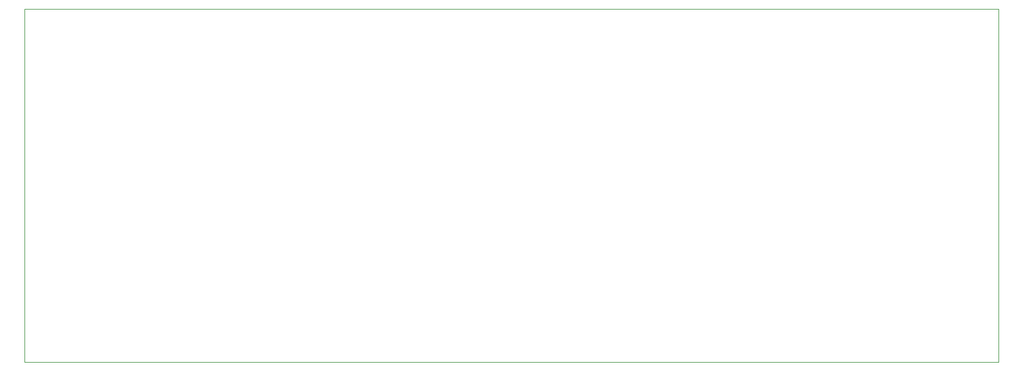
<source format=gbr>
G04 #@! TF.GenerationSoftware,KiCad,Pcbnew,5.1.0-unknown-9e240db~94~ubuntu18.04.1*
G04 #@! TF.CreationDate,2019-04-03T10:40:22+08:00*
G04 #@! TF.ProjectId,ovc3,6f766333-2e6b-4696-9361-645f70636258,rev?*
G04 #@! TF.SameCoordinates,Original*
G04 #@! TF.FileFunction,Profile,NP*
%FSLAX46Y46*%
G04 Gerber Fmt 4.6, Leading zero omitted, Abs format (unit mm)*
G04 Created by KiCad (PCBNEW 5.1.0-unknown-9e240db~94~ubuntu18.04.1) date 2019-04-03 10:40:22*
%MOMM*%
%LPD*%
G04 APERTURE LIST*
%ADD10C,0.050000*%
G04 APERTURE END LIST*
D10*
X217000000Y-120000000D02*
X217000000Y-70000000D01*
X79000000Y-120000000D02*
X217000000Y-120000000D01*
X79000000Y-70000000D02*
X79000000Y-120000000D01*
X217000000Y-70000000D02*
X79000000Y-70000000D01*
M02*

</source>
